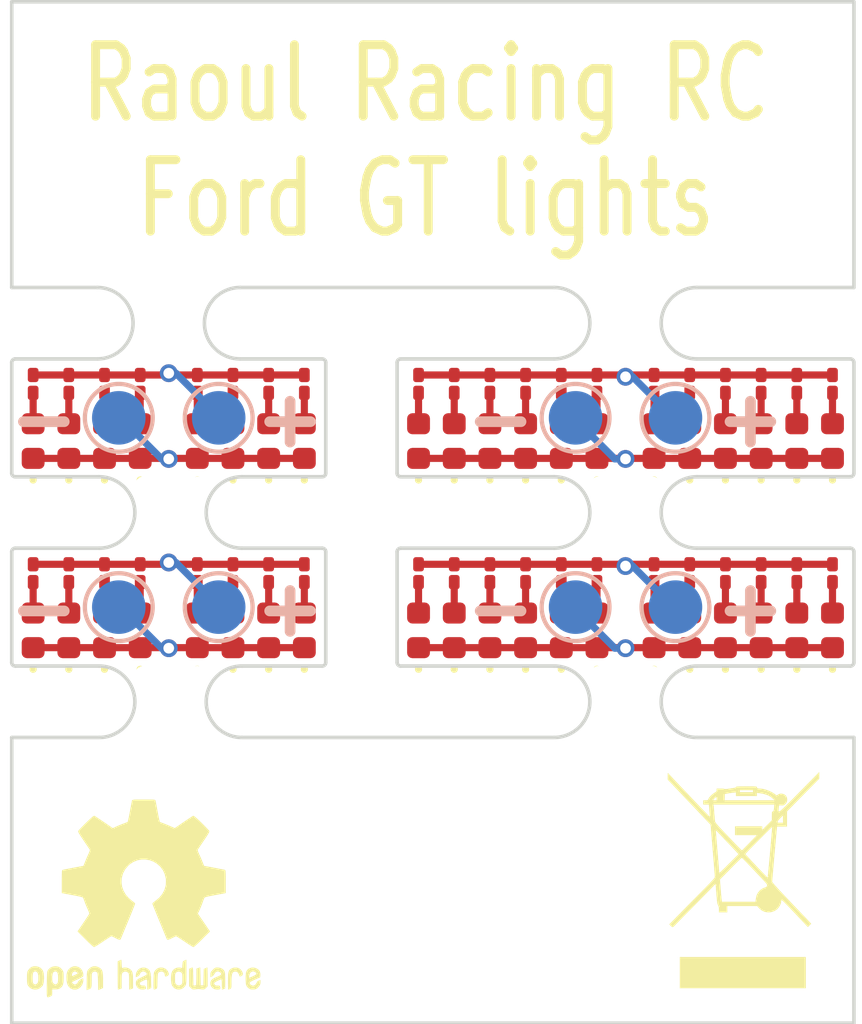
<source format=kicad_pcb>
(kicad_pcb (version 20211014) (generator pcbnew)
  (layers (0 "F.Cu" signal) (31 "B.Cu" signal) (34 "B.Paste" user) (35 "F.Paste" user) (36 "B.SilkS" user "B.Silkscreen") (37 "F.SilkS" user "F.Silkscreen") (38 "B.Mask" user) (39 "F.Mask" user) (44 "Edge.Cuts" user))
  (net 0 "")
  (net 1 "GND")
  (net 2 "Net-(D1-Pad2)")
  (net 3 "VCC")
  (net 4 "Net-(D2-Pad2)")
  (net 5 "Net-(D3-Pad2)")
  (net 6 "Net-(D4-Pad2)")
  (net 7 "Net-(D5-Pad2)")
  (net 8 "Net-(D6-Pad2)")
  (net 9 "Net-(D7-Pad2)")
  (net 10 "Net-(D8-Pad2)")
  (net 11 "Net-(D9-Pad2)")
  (net 12 "Net-(D10-Pad2)")
  (net 13 "Net-(D11-Pad2)")
  (net 14 "Net-(D12-Pad2)")
  (net 15 "Net-(D13-Pad2)")
  (net 16 "Net-(D14-Pad2)")
  (net 17 "Net-(D15-Pad2)")
  (net 18 "Net-(D16-Pad2)")
  (net 19 "Net-(D17-Pad2)")
  (net 20 "Net-(D18-Pad2)")
  (net 21 "Net-(D19-Pad2)")
  (net 22 "Net-(D20-Pad2)")
  (net 23 "GND1")
  (net 24 "VCCQ")
  (footprint "Resistor_SMD:R_01005_0402Metric" (layer "F.Cu") (at 163.6 94.1 -90)
    (fp_text reference "R10" hide)
    (fp_text value "R" hide)
  )
  (footprint "mouse_bites:mouse-bite-2mm-slot" (layer "F.Cu") (at 168.4 92.4)
    (fp_text reference "mouse-bite-2mm-slot" hide)
    (fp_text value "VAL**" hide)
    (fp_arc (start -2 -1) (mid -1 0) (end -2 1) (layer "Edge.Cuts") (width 0.1))
    (fp_arc (start 2 1) (mid 1 0) (end 2 -1) (layer "Edge.Cuts") (width 0.1))
  )
  (footprint "Resistor_SMD:R_01005_0402Metric" (layer "F.Cu") (at 151.8 88.8 -90)
    (fp_text reference "R1" hide)
    (fp_text value "R" hide)
  )
  (footprint "Symbol:WEEE-Logo_4.2x6mm_SilkScreen" (layer "F.Cu") (at 171.7 102.7)
    (fp_text reference "REF**" hide)
    (fp_text value "WEEE-Logo_4.2x6mm_SilkScreen" hide)
  )
  (footprint "LED_SMD:LED_0402_1005Metric" (layer "F.Cu") (at 171.2 95.7 90)
    (fp_text reference "D17" hide)
    (fp_text value "LED" hide)
  )
  (footprint "LED_SMD:LED_0402_1005Metric" (layer "F.Cu") (at 156.4 95.7 90)
    (fp_text reference "D37" hide)
    (fp_text value "LED" hide)
  )
  (footprint "LED_SMD:LED_0402_1005Metric" (layer "F.Cu") (at 153.8 90.4 90)
    (fp_text reference "D3" hide)
    (fp_text value "LED" hide)
  )
  (footprint "LED_SMD:LED_0402_1005Metric" (layer "F.Cu") (at 162.6 95.7 90)
    (fp_text reference "D9" hide)
    (fp_text value "LED" hide)
  )
  (footprint "LED_SMD:LED_0402_1005Metric" (layer "F.Cu") (at 158.4 95.7 90)
    (fp_text reference "D39" hide)
    (fp_text value "LED" hide)
  )
  (footprint "Resistor_SMD:R_01005_0402Metric" (layer "F.Cu") (at 158.4 88.8 -90)
    (fp_text reference "R7" hide)
    (fp_text value "R" hide)
  )
  (footprint "LED_SMD:LED_0402_1005Metric" (layer "F.Cu") (at 169.2 90.4 90)
    (fp_text reference "D27" hide)
    (fp_text value "LED" hide)
  )
  (footprint "LED_SMD:LED_0402_1005Metric" (layer "F.Cu") (at 170.2 90.4 90)
    (fp_text reference "D28" hide)
    (fp_text value "LED" hide)
  )
  (footprint "LED_SMD:LED_0402_1005Metric" (layer "F.Cu") (at 156.4 90.4 90)
    (fp_text reference "D5" hide)
    (fp_text value "LED" hide)
  )
  (footprint "Resistor_SMD:R_01005_0402Metric" (layer "F.Cu") (at 164.6 94.1 -90)
    (fp_text reference "R11" hide)
    (fp_text value "R" hide)
  )
  (footprint "Resistor_SMD:R_01005_0402Metric" (layer "F.Cu") (at 156.4 94.1 -90)
    (fp_text reference "R37" hide)
    (fp_text value "R" hide)
  )
  (footprint "LED_SMD:LED_0402_1005Metric" (layer "F.Cu") (at 174.2 90.4 90)
    (fp_text reference "D32" hide)
    (fp_text value "LED" hide)
  )
  (footprint "Resistor_SMD:R_01005_0402Metric" (layer "F.Cu") (at 153.8 94.1 -90)
    (fp_text reference "R35" hide)
    (fp_text value "R" hide)
  )
  (footprint "Resistor_SMD:R_01005_0402Metric" (layer "F.Cu") (at 164.6 88.8 -90)
    (fp_text reference "R23" hide)
    (fp_text value "R" hide)
  )
  (footprint "Resistor_SMD:R_01005_0402Metric" (layer "F.Cu") (at 173.2 88.8 -90)
    (fp_text reference "R31" hide)
    (fp_text value "R" hide)
  )
  (footprint "Resistor_SMD:R_01005_0402Metric" (layer "F.Cu") (at 156.4 88.8 -90)
    (fp_text reference "R5" hide)
    (fp_text value "R" hide)
  )
  (footprint "mouse_bites:mouse-bite-2mm-slot" (layer "F.Cu") (at 168.4 87.1)
    (fp_text reference "mouse-bite-2mm-slot" hide)
    (fp_text value "VAL**" hide)
    (fp_arc (start -2 -1) (mid -1 0) (end -2 1) (layer "Edge.Cuts") (width 0.1))
    (fp_arc (start 2 1) (mid 1 0) (end 2 -1) (layer "Edge.Cuts") (width 0.1))
  )
  (footprint "LED_SMD:LED_0402_1005Metric" (layer "F.Cu") (at 172.2 90.4 90)
    (fp_text reference "D30" hide)
    (fp_text value "LED" hide)
  )
  (footprint "Resistor_SMD:R_01005_0402Metric" (layer "F.Cu") (at 171.2 88.8 -90)
    (fp_text reference "R29" hide)
    (fp_text value "R" hide)
  )
  (footprint "Resistor_SMD:R_01005_0402Metric" (layer "F.Cu") (at 154.8 94.1 -90)
    (fp_text reference "R36" hide)
    (fp_text value "R" hide)
  )
  (footprint "Resistor_SMD:R_01005_0402Metric" (layer "F.Cu") (at 174.2 88.8 -90)
    (fp_text reference "R32" hide)
    (fp_text value "R" hide)
  )
  (footprint "LED_SMD:LED_0402_1005Metric" (layer "F.Cu") (at 163.6 90.4 90)
    (fp_text reference "D22" hide)
    (fp_text value "LED" hide)
  )
  (footprint "LED_SMD:LED_0402_1005Metric" (layer "F.Cu") (at 165.6 95.7 90)
    (fp_text reference "D12" hide)
    (fp_text value "LED" hide)
  )
  (footprint "Resistor_SMD:R_01005_0402Metric" (layer "F.Cu") (at 165.6 88.8 -90)
    (fp_text reference "R24" hide)
    (fp_text value "R" hide)
  )
  (footprint "Resistor_SMD:R_01005_0402Metric" (layer "F.Cu") (at 152.8 94.1 -90)
    (fp_text reference "R34" hide)
    (fp_text value "R" hide)
  )
  (footprint "LED_SMD:LED_0402_1005Metric" (layer "F.Cu") (at 173.2 90.4 90)
    (fp_text reference "D31" hide)
    (fp_text value "LED" hide)
  )
  (footprint "LED_SMD:LED_0402_1005Metric" (layer "F.Cu") (at 166.6 95.7 90)
    (fp_text reference "D13" hide)
    (fp_text value "LED" hide)
  )
  (footprint "LED_SMD:LED_0402_1005Metric" (layer "F.Cu") (at 174.2 95.7 90)
    (fp_text reference "D20" hide)
    (fp_text value "LED" hide)
  )
  (footprint "Resistor_SMD:R_01005_0402Metric" (layer "F.Cu") (at 162.6 94.1 -90)
    (fp_text reference "R9" hide)
    (fp_text value "R" hide)
  )
  (footprint "LED_SMD:LED_0402_1005Metric" (layer "F.Cu") (at 151.8 90.4 90)
    (fp_text reference "D1" hide)
    (fp_text value "LED" hide)
  )
  (footprint "LED_SMD:LED_0402_1005Metric" (layer "F.Cu") (at 166.6 90.4 90)
    (fp_text reference "D25" hide)
    (fp_text value "LED" hide)
  )
  (footprint "Resistor_SMD:R_01005_0402Metric" (layer "F.Cu") (at 173.2 94.1 -90)
    (fp_text reference "R19" hide)
    (fp_text value "R" hide)
  )
  (footprint "Resistor_SMD:R_01005_0402Metric" (layer "F.Cu") (at 170.2 94.1 -90)
    (fp_text reference "R16" hide)
    (fp_text value "R" hide)
  )
  (footprint "Resistor_SMD:R_01005_0402Metric" (layer "F.Cu") (at 166.6 88.8 -90)
    (fp_text reference "R25" hide)
    (fp_text value "R" hide)
  )
  (footprint "LED_SMD:LED_0402_1005Metric" (layer "F.Cu") (at 159.4 95.7 90)
    (fp_text reference "D40" hide)
    (fp_text value "LED" hide)
  )
  (footprint "Resistor_SMD:R_01005_0402Metric" (layer "F.Cu") (at 170.2 88.8 -90)
    (fp_text reference "R28" hide)
    (fp_text value "R" hide)
  )
  (footprint "Resistor_SMD:R_01005_0402Metric" (layer "F.Cu") (at 153.8 88.8 -90)
    (fp_text reference "R3" hide)
    (fp_text value "R" hide)
  )
  (footprint "Resistor_SMD:R_01005_0402Metric" (layer "F.Cu") (at 157.4 88.8 -90)
    (fp_text reference "R6" hide)
    (fp_text value "R" hide)
  )
  (footprint "Resistor_SMD:R_01005_0402Metric" (layer "F.Cu") (at 169.2 88.8 -90)
    (fp_text reference "R27" hide)
    (fp_text value "R" hide)
  )
  (footprint "Resistor_SMD:R_01005_0402Metric" (layer "F.Cu") (at 154.8 88.8 -90)
    (fp_text reference "R4" hide)
    (fp_text value "R" hide)
  )
  (footprint "LED_SMD:LED_0402_1005Metric" (layer "F.Cu") (at 158.4 90.4 90)
    (fp_text reference "D7" hide)
    (fp_text value "LED" hide)
  )
  (footprint "LED_SMD:LED_0402_1005Metric" (layer "F.Cu") (at 170.2 95.7 90)
    (fp_text reference "D16" hide)
    (fp_text value "LED" hide)
  )
  (footprint "LED_SMD:LED_0402_1005Metric" (layer "F.Cu") (at 157.4 90.4 90)
    (fp_text reference "D6" hide)
    (fp_text value "LED" hide)
  )
  (footprint "mouse_bites:mouse-bite-2mm-slot" (layer "F.Cu") (at 155.65 97.7)
    (fp_text reference "mouse-bite-2mm-slot" hide)
    (fp_text value "VAL**" hide)
    (fp_arc (start 2 1) (mid 1 0) (end 2 -1) (layer "Edge.Cuts") (width 0.1))
    (fp_arc (start -2 -1) (mid -1 0) (end -2 1) (layer "Edge.Cuts") (width 0.1))
  )
  (footprint "Resistor_SMD:R_01005_0402Metric" (layer "F.Cu") (at 169.2 94.1 -90)
    (fp_text reference "R15" hide)
    (fp_text value "R" hide)
  )
  (footprint "LED_SMD:LED_0402_1005Metric" (layer "F.Cu") (at 164.6 95.7 90)
    (fp_text reference "D11" hide)
    (fp_text value "LED" hide)
  )
  (footprint "Symbol:OSHW-Logo2_7.3x6mm_SilkScreen" (layer "F.Cu") (at 154.9 103.2)
    (fp_text reference "REF**" hide)
    (fp_text value "OSHW-Logo2_7.3x6mm_SilkScreen" hide)
  )
  (footprint "LED_SMD:LED_0402_1005Metric" (layer "F.Cu") (at 154.8 95.7 90)
    (fp_text reference "D36" hide)
    (fp_text value "LED" hide)
  )
  (footprint "Resistor_SMD:R_01005_0402Metric" (layer "F.Cu") (at 158.4 94.1 -90)
    (fp_text reference "R39" hide)
    (fp_text value "R" hide)
  )
  (footprint "LED_SMD:LED_0402_1005Metric" (layer "F.Cu") (at 159.4 90.4 90)
    (fp_text reference "D8" hide)
    (fp_text value "LED" hide)
  )
  (footprint "LED_SMD:LED_0402_1005Metric" (layer "F.Cu") (at 165.6 90.4 90)
    (fp_text reference "D24" hide)
    (fp_text value "LED" hide)
  )
  (footprint "Resistor_SMD:R_01005_0402Metric" (layer "F.Cu") (at 165.6 94.1 -90)
    (fp_text reference "R12" hide)
    (fp_text value "R" hide)
  )
  (footprint "LED_SMD:LED_0402_1005Metric" (layer "F.Cu") (at 167.6 95.7 90)
    (fp_text reference "D14" hide)
    (fp_text value "LED" hide)
  )
  (footprint "Resistor_SMD:R_01005_0402Metric" (layer "F.Cu") (at 172.2 88.8 -90)
    (fp_text reference "R30" hide)
    (fp_text value "R" hide)
  )
  (footprint "LED_SMD:LED_0402_1005Metric" (layer "F.Cu") (at 173.2 95.7 90)
    (fp_text reference "D19" hide)
    (fp_text value "LED" hide)
  )
  (footprint "LED_SMD:LED_0402_1005Metric" (layer "F.Cu") (at 152.8 95.7 90)
    (fp_text reference "D34" hide)
    (fp_text value "LED" hide)
  )
  (footprint "LED_SMD:LED_0402_1005Metric" (layer "F.Cu") (at 152.8 90.4 90)
    (fp_text reference "D2" hide)
    (fp_text value "LED" hide)
  )
  (footprint "Resistor_SMD:R_01005_0402Metric" (layer "F.Cu") (at 157.4 94.1 -90)
    (fp_text reference "R38" hide)
    (fp_text value "R" hide)
  )
  (footprint "LED_SMD:LED_0402_1005Metric" (layer "F.Cu") (at 162.6 90.4 90)
    (fp_text reference "D21" hide)
    (fp_text value "LED" hide)
  )
  (footprint "Resistor_SMD:R_01005_0402Metric" (layer "F.Cu") (at 151.8 94.1 -90)
    (fp_text reference "R33" hide)
    (fp_text value "R" hide)
  )
  (footprint "LED_SMD:LED_0402_1005Metric" (layer "F.Cu") (at 151.8 95.7 90)
    (fp_text reference "D33" hide)
    (fp_text value "LED" hide)
  )
  (footprint "LED_SMD:LED_0402_1005Metric" (layer "F.Cu") (at 167.6 90.4 90)
    (fp_text reference "D26" hide)
    (fp_text value "LED" hide)
  )
  (footprint "Resistor_SMD:R_01005_0402Metric" (layer "F.Cu") (at 174.2 94.1 -90)
    (fp_text reference "R20" hide)
    (fp_text value "R" hide)
  )
  (footprint "LED_SMD:LED_0402_1005Metric" (layer "F.Cu") (at 157.4 95.7 90)
    (fp_text reference "D38" hide)
    (fp_text value "LED" hide)
  )
  (footprint "mouse_bites:mouse-bite-2mm-slot" (layer "F.Cu") (at 168.4 97.7)
    (fp_text reference "mouse-bite-2mm-slot" hide)
    (fp_text value "VAL**" hide)
    (fp_arc (start -2 -1) (mid -1 0) (end -2 1) (layer "Edge.Cuts") (width 0.1))
    (fp_arc (start 2 1) (mid 1 0) (end 2 -1) (layer "Edge.Cuts") (width 0.1))
  )
  (footprint "Resistor_SMD:R_01005_0402Metric" (layer "F.Cu") (at 171.2 94.1 -90)
    (fp_text reference "R17" hide)
    (fp_text value "R" hide)
  )
  (footprint "Resistor_SMD:R_01005_0402Metric" (layer "F.Cu") (at 159.4 94.1 -90)
    (fp_text reference "R40" hide)
    (fp_text value "R" hide)
  )
  (footprint "Resistor_SMD:R_01005_0402Metric" (layer "F.Cu") (at 159.4 88.8 -90)
    (fp_text reference "R8" hide)
    (fp_text value "R" hide)
  )
  (footprint "LED_SMD:LED_0402_1005Metric" (layer "F.Cu") (at 169.2 95.7 90)
    (fp_text reference "D15" hide)
    (fp_text value "LED" hide)
  )
  (footprint "Resistor_SMD:R_01005_0402Metric" (layer "F.Cu") (at 172.2 94.1 -90)
    (fp_text reference "R18" hide)
    (fp_text value "R" hide)
  )
  (footprint "LED_SMD:LED_0402_1005Metric" (layer "F.Cu") (at 163.6 95.7 90)
    (fp_text reference "D10" hide)
    (fp_text value "LED" hide)
  )
  (footprint "Resistor_SMD:R_01005_0402Metric" (layer "F.Cu") (at 152.8 88.8 -90)
    (fp_text reference "R2" hide)
    (fp_text value "R" hide)
  )
  (footprint "Resistor_SMD:R_01005_0402Metric" (layer "F.Cu") (at 162.6 88.8 -90)
    (fp_text reference "R21" hide)
    (fp_text value "R" hide)
  )
  (footprint "LED_SMD:LED_0402_1005Metric" (layer "F.Cu") (at 164.6 90.4 90)
    (fp_text reference "D23" hide)
    (fp_text value "LED" hide)
  )
  (footprint "Resistor_SMD:R_01005_0402Metric" (layer "F.Cu") (at 163.6 88.8 -90)
    (fp_text reference "R22" hide)
    (fp_text value "R" hide)
  )
  (footprint "Resistor_SMD:R_01005_0402Metric" (layer "F.Cu") (at 167.6 88.8 -90)
    (fp_text reference "R26" hide)
    (fp_text value "R" hide)
  )
  (footprint "Resistor_SMD:R_01005_0402Metric" (layer "F.Cu") (at 167.6 94.1 -90)
    (fp_text reference "R14" hide)
    (fp_text value "R" hide)
  )
  (footprint "LED_SMD:LED_0402_1005Metric" (layer "F.Cu") (at 171.2 90.4 90)
    (fp_text reference "D29" hide)
    (fp_text value "LED" hide)
  )
  (footprint "LED_SMD:LED_0402_1005Metric" (layer "F.Cu") (at 172.2 95.7 90)
    (fp_text reference "D18" hide)
    (fp_text value "LED" hide)
  )
  (footprint "mouse_bites:mouse-bite-2mm-slot" (layer "F.Cu") (at 155.6 87.1)
    (fp_text reference "mouse-bite-2mm-slot" hide)
    (fp_text value "VAL**" hide)
    (fp_arc (start 2 1) (mid 1 0) (end 2 -1) (layer "Edge.Cuts") (width 0.1))
    (fp_arc (start -2 -1) (mid -1 0) (end -2 1) (layer "Edge.Cuts") (width 0.1))
  )
  (footprint "LED_SMD:LED_0402_1005Metric" (layer "F.Cu") (at 153.8 95.7 90)
    (fp_text reference "D35" hide)
    (fp_text value "LED" hide)
  )
  (footprint "mouse_bites:mouse-bite-2mm-slot" (layer "F.Cu") (at 155.65 92.4)
    (fp_text reference "mouse-bite-2mm-slot" hide)
    (fp_text value "VAL**" hide)
    (fp_arc (start 2 1) (mid 1 0) (end 2 -1) (layer "Edge.Cuts") (width 0.1))
    (fp_arc (start -2 -1) (mid -1 0) (end -2 1) (layer "Edge.Cuts") (width 0.1))
  )
  (footprint "Resistor_SMD:R_01005_0402Metric" (layer "F.Cu") (at 166.6 94.1 -90)
    (fp_text reference "R13" hide)
    (fp_text value "R" hide)
  )
  (footprint "LED_SMD:LED_0402_1005Metric" (layer "F.Cu") (at 154.8 90.4 90)
    (fp_text reference "D4" hide)
    (fp_text value "LED" hide)
  )
  (footprint "TestPoint:TestPoint_Pad_D1.5mm" (layer "B.Cu") (at 167 95.05 180)
    (fp_text reference "TP4" hide)
    (fp_text value "GND" hide)
  )
  (footprint "TestPoint:TestPoint_Pad_D1.5mm" (layer "B.Cu") (at 154.2 89.75 180)
    (fp_text reference "TP2" hide)
    (fp_text value "GND" hide)
  )
  (footprint "TestPoint:TestPoint_Pad_D1.5mm" (layer "B.Cu") (at 157 95.05 180)
    (fp_text reference "TP7" hide)
    (fp_text value "VCC" hide)
  )
  (footprint "TestPoint:TestPoint_Pad_D1.5mm" (layer "B.Cu") (at 169.8 95.05 180)
    (fp_text reference "TP3" hide)
    (fp_text value "VCC" hide)
  )
  (footprint "TestPoint:TestPoint_Pad_D1.5mm" (layer "B.Cu") (at 157 89.75 180)
    (fp_text reference "TP1" hide)
    (fp_text value "VCC" hide)
  )
  (footprint "TestPoint:TestPoint_Pad_D1.5mm" (layer "B.Cu") (at 169.8 89.75 180)
    (fp_text reference "TP5" hide)
    (fp_text value "VCC" hide)
  )
  (footprint "TestPoint:TestPoint_Pad_D1.5mm" (layer "B.Cu") (at 154.2 95.05 180)
    (fp_text reference "TP8" hide)
    (fp_text value "GND" hide)
  )
  (footprint "TestPoint:TestPoint_Pad_D1.5mm" (layer "B.Cu") (at 167 89.75 180)
    (fp_text reference "TP6" hide)
    (fp_text value "GND" hide)
  )
  (gr_line (start 153.65 96.7) (end 151.3 96.7) (layer "Edge.Cuts") (width 0.1))
  (gr_line (start 159.9 93.4) (end 157.65 93.4) (layer "Edge.Cuts") (width 0.1))
  (gr_line (start 166.4 86.1) (end 157.6 86.1) (layer "Edge.Cuts") (width 0.1))
  (gr_arc (start 159.9 88.1) (mid 159.970711 88.129289) (end 160 88.2) (layer "Edge.Cuts") (width 0.1))
  (gr_line (start 174.7 93.4) (end 170.4 93.4) (layer "Edge.Cuts") (width 0.1))
  (gr_line (start 151.2 91.3) (end 151.2 88.2) (layer "Edge.Cuts") (width 0.1))
  (gr_arc (start 151.2 88.2) (mid 151.229289 88.129289) (end 151.3 88.1) (layer "Edge.Cuts") (width 0.1))
  (gr_line (start 153.65 98.7) (end 151.2 98.7) (layer "Edge.Cuts") (width 0.1))
  (gr_line (start 174.8 78.1) (end 151.2 78.1) (layer "Edge.Cuts") (width 0.1))
  (gr_line (start 174.8 98.7) (end 174.8 106.7) (layer "Edge.Cuts") (width 0.1))
  (gr_arc (start 160 96.6) (mid 159.970711 96.670711) (end 159.9 96.7) (layer "Edge.Cuts") (width 0.1))
  (gr_line (start 174.7 88.1) (end 170.4 88.1) (layer "Edge.Cuts") (width 0.1))
  (gr_line (start 162 96.6) (end 162 93.5) (layer "Edge.Cuts") (width 0.1))
  (gr_line (start 174.8 86.1) (end 174.8 78.1) (layer "Edge.Cuts") (width 0.1))
  (gr_line (start 170.4 98.7) (end 174.8 98.7) (layer "Edge.Cuts") (width 0.1))
  (gr_line (start 174.8 106.7) (end 151.2 106.7) (layer "Edge.Cuts") (width 0.1))
  (gr_line (start 153.6 88.1) (end 151.3 88.1) (layer "Edge.Cuts") (width 0.1))
  (gr_line (start 153.6 86.1) (end 151.2 86.1) (layer "Edge.Cuts") (width 0.1))
  (gr_line (start 153.65 93.4) (end 151.3 93.4) (layer "Edge.Cuts") (width 0.1))
  (gr_line (start 151.2 78.1) (end 151.2 86.1) (layer "Edge.Cuts") (width 0.1))
  (gr_line (start 159.9 88.1) (end 157.6 88.1) (layer "Edge.Cuts") (width 0.1))
  (gr_line (start 162 91.3) (end 162 88.2) (layer "Edge.Cuts") (width 0.1))
  (gr_line (start 159.9 91.4) (end 157.65 91.4) (layer "Edge.Cuts") (width 0.1))
  (gr_line (start 160 88.2) (end 160 91.3) (layer "Edge.Cuts") (width 0.1))
  (gr_arc (start 162 88.2) (mid 162.029289 88.129289) (end 162.1 88.1) (layer "Edge.Cuts") (width 0.1))
  (gr_line (start 166.4 96.7) (end 162.1 96.7) (layer "Edge.Cuts") (width 0.1))
  (gr_arc (start 174.7 88.1) (mid 174.770711 88.129289) (end 174.8 88.2) (layer "Edge.Cuts") (width 0.1))
  (gr_line (start 166.4 98.7) (end 157.65 98.7) (layer "Edge.Cuts") (width 0.1))
  (gr_arc (start 174.8 91.3) (mid 174.770711 91.370711) (end 174.7 91.4) (layer "Edge.Cuts") (width 0.1))
  (gr_line (start 174.8 86.1) (end 170.4 86.1) (layer "Edge.Cuts") (width 0.1))
  (gr_arc (start 151.2 93.5) (mid 151.229289 93.429289) (end 151.3 93.4) (layer "Edge.Cuts") (width 0.1))
  (gr_line (start 153.65 91.4) (end 151.3 91.4) (layer "Edge.Cuts") (width 0.1))
  (gr_arc (start 159.9 93.4) (mid 159.970711 93.429289) (end 160 93.5) (layer "Edge.Cuts") (width 0.1))
  (gr_line (start 166.4 93.4) (end 162.1 93.4) (layer "Edge.Cuts") (width 0.1))
  (gr_arc (start 174.7 93.4) (mid 174.770711 93.429289) (end 174.8 93.5) (layer "Edge.Cuts") (width 0.1))
  (gr_line (start 166.4 91.4) (end 162.1 91.4) (layer "Edge.Cuts") (width 0.1))
  (gr_arc (start 151.3 91.4) (mid 151.229289 91.370711) (end 151.2 91.3) (layer "Edge.Cuts") (width 0.1))
  (gr_arc (start 174.8 96.6) (mid 174.770711 96.670711) (end 174.7 96.7) (layer "Edge.Cuts") (width 0.1))
  (gr_line (start 174.7 91.4) (end 170.4 91.4) (layer "Edge.Cuts") (width 0.1))
  (gr_arc (start 151.3 96.7) (mid 151.229289 96.670711) (end 151.2 96.6) (layer "Edge.Cuts") (width 0.1))
  (gr_line (start 160 93.5) (end 160 96.6) (layer "Edge.Cuts") (width 0.1))
  (gr_line (start 174.8 96.6) (end 174.8 93.5) (layer "Edge.Cuts") (width 0.1))
  (gr_arc (start 160 91.3) (mid 159.970711 91.370711) (end 159.9 91.4) (layer "Edge.Cuts") (width 0.1))
  (gr_line (start 174.8 91.3) (end 174.8 88.2) (layer "Edge.Cuts") (width 0.1))
  (gr_line (start 151.2 106.7) (end 151.2 98.7) (layer "Edge.Cuts") (width 0.1))
  (gr_line (start 151.2 96.6) (end 151.2 93.5) (layer "Edge.Cuts") (width 0.1))
  (gr_line (start 174.7 96.7) (end 170.4 96.7) (layer "Edge.Cuts") (width 0.1))
  (gr_arc (start 162 93.5) (mid 162.029289 93.429289) (end 162.1 93.4) (layer "Edge.Cuts") (width 0.1))
  (gr_arc (start 162.1 96.7) (mid 162.029288 96.670711) (end 162 96.6) (layer "Edge.Cuts") (width 0.1))
  (gr_line (start 159.9 96.7) (end 157.65 96.7) (layer "Edge.Cuts") (width 0.1))
  (gr_arc (start 162.1 91.4) (mid 162.029288 91.370711) (end 162 91.3) (layer "Edge.Cuts") (width 0.1))
  (gr_line (start 166.4 88.1) (end 162.1 88.1) (layer "Edge.Cuts") (width 0.1))
  (gr_text "+" (at 159 95.05) (layer "B.SilkS") (effects (font (size 1.5 1.5) (thickness 0.3)) (justify mirror)))
  (gr_text "+" (at 159 89.75) (layer "B.SilkS") (effects (font (size 1.5 1.5) (thickness 0.3)) (justify mirror)))
  (gr_text "-" (at 164.9 95.05) (layer "B.SilkS") (effects (font (size 1.5 1.5) (thickness 0.3)) (justify mirror)))
  (gr_text "-" (at 164.9 89.75) (layer "B.SilkS") (effects (font (size 1.5 1.5) (thickness 0.3)) (justify mirror)))
  (gr_text "+" (at 171.9 89.75) (layer "B.SilkS") (effects (font (size 1.5 1.5) (thickness 0.3)) (justify mirror)))
  (gr_text "+" (at 171.9 95.05) (layer "B.SilkS") (effects (font (size 1.5 1.5) (thickness 0.3)) (justify mirror)))
  (gr_text "-" (at 152.1 95.05) (layer "B.SilkS") (effects (font (size 1.5 1.5) (thickness 0.3)) (justify mirror)))
  (gr_text "-" (at 152.1 89.75) (layer "B.SilkS") (effects (font (size 1.5 1.5) (thickness 0.3)) (justify mirror)))
  (gr_text "Raoul Racing RC\nFord GT lights" (at 162.8 82) (layer "F.SilkS") (effects (font (size 2 1.5) (thickness 0.25))))
  (segment (start 151.8 90.885) (end 155.585 90.885) (width 0.2) (layer "F.Cu") (net 1))
  (segment (start 155.615 96.185) (end 155.6 96.2) (width 0.2) (layer "F.Cu") (net 1))
  (segment (start 159.4 96.185) (end 155.615 96.185) (width 0.2) (layer "F.Cu") (net 1))
  (segment (start 155.585 96.185) (end 155.6 96.2) (width 0.2) (layer "F.Cu") (net 1))
  (segment (start 155.585 90.885) (end 155.6 90.9) (width 0.2) (layer "F.Cu") (net 1))
  (segment (start 151.8 96.185) (end 155.585 96.185) (width 0.2) (layer "F.Cu") (net 1))
  (segment (start 159.4 90.885) (end 155.615 90.885) (width 0.2) (layer "F.Cu") (net 1))
  (segment (start 155.615 90.885) (end 155.6 90.9) (width 0.2) (layer "F.Cu") (net 1))
  (via (at 155.6 96.2) (size 0.5) (drill 0.3) (layers "F.Cu" "B.Cu") (net 1))
  (via (at 155.6 90.9) (size 0.5) (drill 0.3) (layers "F.Cu" "B.Cu") (net 1))
  (segment (start 155.6 96.2) (end 155.4 96.2) (width 0.2) (layer "B.Cu") (net 1))
  (segment (start 155.4 90.9) (end 154.2 89.7) (width 0.2) (layer "B.Cu") (net 1))
  (segment (start 155.6 90.9) (end 155.4 90.9) (width 0.2) (layer "B.Cu") (net 1))
  (segment (start 155.4 96.2) (end 154.2 95) (width 0.2) (layer "B.Cu") (net 1))
  (segment (start 151.8 94.35) (end 151.8 95.215) (width 0.2) (layer "F.Cu") (net 2))
  (segment (start 151.8 89.05) (end 151.8 89.915) (width 0.2) (layer "F.Cu") (net 2))
  (segment (start 155.55 93.85) (end 155.6 93.8) (width 0.2) (layer "F.Cu") (net 3))
  (segment (start 159.4 88.55) (end 155.65 88.55) (width 0.2) (layer "F.Cu") (net 3))
  (segment (start 155.65 93.85) (end 155.6 93.8) (width 0.2) (layer "F.Cu") (net 3))
  (segment (start 159.4 93.85) (end 155.65 93.85) (width 0.2) (layer "F.Cu") (net 3))
  (segment (start 155.65 88.55) (end 155.6 88.5) (width 0.2) (layer "F.Cu") (net 3))
  (segment (start 155.55 88.55) (end 155.6 88.5) (width 0.2) (layer "F.Cu") (net 3))
  (segment (start 151.8 88.55) (end 155.55 88.55) (width 0.2) (layer "F.Cu") (net 3))
  (segment (start 151.8 93.85) (end 155.55 93.85) (width 0.2) (layer "F.Cu") (net 3))
  (via (at 155.6 93.8) (size 0.5) (drill 0.3) (layers "F.Cu" "B.Cu") (net 3))
  (via (at 155.6 88.5) (size 0.5) (drill 0.3) (layers "F.Cu" "B.Cu") (net 3))
  (segment (start 155.6 93.8) (end 155.8 93.8) (width 0.2) (layer "B.Cu") (net 3))
  (segment (start 155.6 88.5) (end 155.8 88.5) (width 0.2) (layer "B.Cu") (net 3))
  (segment (start 155.8 88.5) (end 157 89.7) (width 0.2) (layer "B.Cu") (net 3))
  (segment (start 155.8 93.8) (end 157 95) (width 0.2) (layer "B.Cu") (net 3))
  (segment (start 152.8 95.215) (end 152.8 94.35) (width 0.2) (layer "F.Cu") (net 4))
  (segment (start 152.8 89.915) (end 152.8 89.05) (width 0.2) (layer "F.Cu") (net 4))
  (segment (start 153.8 89.05) (end 153.8 89.915) (width 0.2) (layer "F.Cu") (net 5))
  (segment (start 153.8 94.35) (end 153.8 95.215) (width 0.2) (layer "F.Cu") (net 5))
  (segment (start 154.8 95.215) (end 154.8 94.35) (width 0.2) (layer "F.Cu") (net 6))
  (segment (start 154.8 89.915) (end 154.8 89.05) (width 0.2) (layer "F.Cu") (net 6))
  (segment (start 156.4 94.35) (end 156.4 95.215) (width 0.2) (layer "F.Cu") (net 7))
  (segment (start 156.4 89.05) (end 156.4 89.915) (width 0.2) (layer "F.Cu") (net 7))
  (segment (start 157.4 89.915) (end 157.4 89.05) (width 0.2) (layer "F.Cu") (net 8))
  (segment (start 157.4 95.215) (end 157.4 94.35) (width 0.2) (layer "F.Cu") (net 8))
  (segment (start 158.4 94.35) (end 158.4 95.215) (width 0.2) (layer "F.Cu") (net 9))
  (segment (start 158.4 89.05) (end 158.4 89.915) (width 0.2) (layer "F.Cu") (net 9))
  (segment (start 159.4 89.915) (end 159.4 89.05) (width 0.2) (layer "F.Cu") (net 10))
  (segment (start 159.4 95.215) (end 159.4 94.35) (width 0.2) (layer "F.Cu") (net 10))
  (segment (start 162.6 89.915) (end 162.6 89.05) (width 0.2) (layer "F.Cu") (net 11))
  (segment (start 162.6 95.215) (end 162.6 94.35) (width 0.2) (layer "F.Cu") (net 11))
  (segment (start 163.6 89.05) (end 163.6 89.915) (width 0.2) (layer "F.Cu") (net 12))
  (segment (start 163.6 94.35) (end 163.6 95.215) (width 0.2) (layer "F.Cu") (net 12))
  (segment (start 164.6 95.215) (end 164.6 94.35) (width 0.2) (layer "F.Cu") (net 13))
  (segment (start 164.6 89.915) (end 164.6 89.05) (width 0.2) (layer "F.Cu") (net 13))
  (segment (start 165.6 94.35) (end 165.6 95.215) (width 0.2) (layer "F.Cu") (net 14))
  (segment (start 165.6 89.05) (end 165.6 89.915) (width 0.2) (layer "F.Cu") (net 14))
  (segment (start 166.6 89.915) (end 166.6 89.05) (width 0.2) (layer "F.Cu") (net 15))
  (segment (start 166.6 95.215) (end 166.6 94.35) (width 0.2) (layer "F.Cu") (net 15))
  (segment (start 167.6 89.05) (end 167.6 89.915) (width 0.2) (layer "F.Cu") (net 16))
  (segment (start 167.6 94.35) (end 167.6 95.215) (width 0.2) (layer "F.Cu") (net 16))
  (segment (start 169.2 95.215) (end 169.2 94.35) (width 0.2) (layer "F.Cu") (net 17))
  (segment (start 169.2 89.915) (end 169.2 89.05) (width 0.2) (layer "F.Cu") (net 17))
  (segment (start 170.2 89.05) (end 170.2 89.915) (width 0.2) (layer "F.Cu") (net 18))
  (segment (start 170.2 94.35) (end 170.2 95.215) (width 0.2) (layer "F.Cu") (net 18))
  (segment (start 171.2 95.215) (end 171.2 94.35) (width 0.2) (layer "F.Cu") (net 19))
  (segment (start 171.2 89.915) (end 171.2 89.05) (width 0.2) (layer "F.Cu") (net 19))
  (segment (start 172.2 94.35) (end 172.2 95.215) (width 0.2) (layer "F.Cu") (net 20))
  (segment (start 172.2 89.05) (end 172.2 89.915) (width 0.2) (layer "F.Cu") (net 20))
  (segment (start 173.2 89.915) (end 173.2 89.05) (width 0.2) (layer "F.Cu") (net 21))
  (segment (start 173.2 95.215) (end 173.2 94.35) (width 0.2) (layer "F.Cu") (net 21))
  (segment (start 174.2 94.35) (end 174.2 95.215) (width 0.2) (layer "F.Cu") (net 22))
  (segment (start 174.2 89.05) (end 174.2 89.915) (width 0.2) (layer "F.Cu") (net 22))
  (segment (start 162.6 90.885) (end 168.385 90.885) (width 0.2) (layer "F.Cu") (net 23))
  (segment (start 168.385 90.885) (end 168.4 90.9) (width 0.2) (layer "F.Cu") (net 23))
  (segment (start 174.2 90.885) (end 168.415 90.885) (width 0.2) (layer "F.Cu") (net 23))
  (segment (start 168.385 96.185) (end 168.4 96.2) (width 0.2) (layer "F.Cu") (net 23))
  (segment (start 168.415 96.185) (end 168.4 96.2) (width 0.2) (layer "F.Cu") (net 23))
  (segment (start 168.415 90.885) (end 168.4 90.9) (width 0.2) (layer "F.Cu") (net 23))
  (segment (start 174.2 96.185) (end 168.415 96.185) (width 0.2) (layer "F.Cu") (net 23))
  (segment (start 162.6 96.185) (end 168.385 96.185) (width 0.2) (layer "F.Cu") (net 23))
  (via (at 168.4 96.2) (size 0.5) (drill 0.3) (layers "F.Cu" "B.Cu") (net 23))
  (via (at 168.4 90.9) (size 0.5) (drill 0.3) (layers "F.Cu" "B.Cu") (net 23))
  (segment (start 168.4 90.9) (end 168.1 90.9) (width 0.2) (layer "B.Cu") (net 23))
  (segment (start 168.4 96.2) (end 168.1 96.2) (width 0.2) (layer "B.Cu") (net 23))
  (segment (start 168.1 90.9) (end 167 89.8) (width 0.2) (layer "B.Cu") (net 23))
  (segment (start 168.1 96.2) (end 167 95.1) (width 0.2) (layer "B.Cu") (net 23))
  (segment (start 171.2 88.55) (end 172.2 88.55) (width 0.2) (layer "F.Cu") (net 24))
  (segment (start 162.6 88.55) (end 163.6 88.55) (width 0.2) (layer "F.Cu") (net 24))
  (segment (start 172.2 93.85) (end 173.2 93.85) (width 0.2) (layer "F.Cu") (net 24))
  (segment (start 171.2 93.85) (end 172.2 93.85) (width 0.2) (layer "F.Cu") (net 24))
  (segment (start 170.2 88.55) (end 171.2 88.55) (width 0.2) (layer "F.Cu") (net 24))
  (segment (start 169.2 93.85) (end 168.45 93.85) (width 0.2) (layer "F.Cu") (net 24))
  (segment (start 169.2 88.55) (end 170.2 88.55) (width 0.2) (layer "F.Cu") (net 24))
  (segment (start 163.6 93.85) (end 164.6 93.85) (width 0.2) (layer "F.Cu") (net 24))
  (segment (start 170.2 93.85) (end 171.2 93.85) (width 0.2) (layer "F.Cu") (net 24))
  (segment (start 165.6 88.55) (end 166.6 88.55) (width 0.2) (layer "F.Cu") (net 24))
  (segment (start 167.6 88.55) (end 168.35 88.55) (width 0.2) (layer "F.Cu") (net 24))
  (segment (start 169.2 88.55) (end 168.45 88.55) (width 0.2) (layer "F.Cu") (net 24))
  (segment (start 168.45 93.85) (end 168.4 93.9) (width 0.2) (layer "F.Cu") (net 24))
  (segment (start 168.35 88.55) (end 168.4 88.6) (width 0.2) (layer "F.Cu") (net 24))
  (segment (start 165.6 93.85) (end 166.6 93.85) (width 0.2) (layer "F.Cu") (net 24))
  (segment (start 164.6 93.85) (end 165.6 93.85) (width 0.2) (layer "F.Cu") (net 24))
  (segment (start 167.6 93.85) (end 168.35 93.85) (width 0.2) (layer "F.Cu") (net 24))
  (segment (start 168.35 93.85) (end 168.4 93.9) (width 0.2) (layer "F.Cu") (net 24))
  (segment (start 172.2 88.55) (end 173.2 88.55) (width 0.2) (layer "F.Cu") (net 24))
  (segment (start 162.6 93.85) (end 163.6 93.85) (width 0.2) (layer "F.Cu") (net 24))
  (segment (start 169.2 93.85) (end 170.2 93.85) (width 0.2) (layer "F.Cu") (net 24))
  (segment (start 166.6 88.55) (end 167.6 88.55) (width 0.2) (layer "F.Cu") (net 24))
  (segment (start 173.2 93.85) (end 174.2 93.85) (width 0.2) (layer "F.Cu") (net 24))
  (segment (start 168.45 88.55) (end 168.4 88.6) (width 0.2) (layer "F.Cu") (net 24))
  (segment (start 166.6 93.85) (end 167.6 93.85) (width 0.2) (layer "F.Cu") (net 24))
  (segment (start 173.2 88.55) (end 174.2 88.55) (width 0.2) (layer "F.Cu") (net 24))
  (segment (start 163.6 88.55) (end 164.6 88.55) (width 0.2) (layer "F.Cu") (net 24))
  (segment (start 164.6 88.55) (end 165.6 88.55) (width 0.2) (layer "F.Cu") (net 24))
  (via (at 168.4 93.9) (size 0.5) (drill 0.3) (layers "F.Cu" "B.Cu") (net 24))
  (via (at 168.4 88.6) (size 0.5) (drill 0.3) (layers "F.Cu" "B.Cu") (net 24))
  (segment (start 168.6 88.6) (end 169.8 89.8) (width 0.2) (layer "B.Cu") (net 24))
  (segment (start 168.6 93.9) (end 169.8 95.1) (width 0.2) (layer "B.Cu") (net 24))
  (segment (start 168.4 88.6) (end 168.6 88.6) (width 0.2) (layer "B.Cu") (net 24))
  (segment (start 168.4 93.9) (end 168.6 93.9) (width 0.2) (layer "B.Cu") (net 24))
)
</source>
